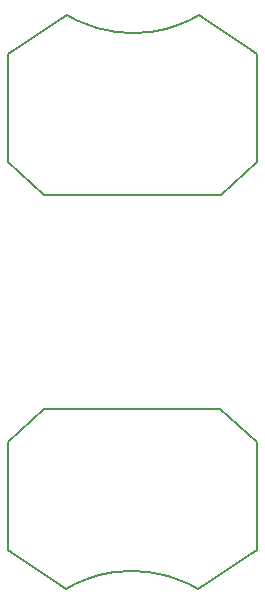
<source format=gbo>
G04 #@! TF.GenerationSoftware,KiCad,Pcbnew,(5.1.0)-1*
G04 #@! TF.CreationDate,2019-03-21T22:16:59+11:00*
G04 #@! TF.ProjectId,top-hemi,746f702d-6865-46d6-992e-6b696361645f,rev?*
G04 #@! TF.SameCoordinates,Original*
G04 #@! TF.FileFunction,Legend,Bot*
G04 #@! TF.FilePolarity,Positive*
%FSLAX46Y46*%
G04 Gerber Fmt 4.6, Leading zero omitted, Abs format (unit mm)*
G04 Created by KiCad (PCBNEW (5.1.0)-1) date 2019-03-21 22:16:59*
%MOMM*%
%LPD*%
G04 APERTURE LIST*
%ADD10C,0.203200*%
G04 APERTURE END LIST*
D10*
X125542040Y-79595980D02*
X122491500Y-76804520D01*
X125542040Y-79595980D02*
X140522960Y-79595980D01*
X143573500Y-76804520D02*
X140522960Y-79595980D01*
X143573500Y-76804520D02*
X143573500Y-67655440D01*
X122491500Y-76804520D02*
X122491500Y-67655440D01*
X127441960Y-64355980D02*
X122491500Y-67655440D01*
X138623040Y-64355980D02*
X143573500Y-67655440D01*
X137901680Y-64775080D02*
X138623040Y-64355980D01*
X136812020Y-65224660D02*
X137901680Y-64775080D01*
X135811260Y-65544700D02*
X136812020Y-65224660D01*
X134581900Y-65786000D02*
X135811260Y-65544700D01*
X133032500Y-65874900D02*
X134581900Y-65786000D01*
X131582160Y-65796160D02*
X133032500Y-65874900D01*
X129951480Y-65476120D02*
X131582160Y-65796160D01*
X129021840Y-65145920D02*
X129951480Y-65476120D01*
X128173480Y-64775080D02*
X129021840Y-65145920D01*
X127441960Y-64355980D02*
X128173480Y-64775080D01*
X138546840Y-112974120D02*
X137815320Y-112555020D01*
X137815320Y-112555020D02*
X136966960Y-112184180D01*
X136966960Y-112184180D02*
X136037320Y-111853980D01*
X136037320Y-111853980D02*
X134406640Y-111533940D01*
X134406640Y-111533940D02*
X132956300Y-111455200D01*
X132956300Y-111455200D02*
X131406900Y-111544100D01*
X131406900Y-111544100D02*
X130177540Y-111785400D01*
X130177540Y-111785400D02*
X129176780Y-112105440D01*
X129176780Y-112105440D02*
X128087120Y-112555020D01*
X128087120Y-112555020D02*
X127365760Y-112974120D01*
X127365760Y-112974120D02*
X122415300Y-109674660D01*
X138546840Y-112974120D02*
X143497300Y-109674660D01*
X143497300Y-100525580D02*
X143497300Y-109674660D01*
X122415300Y-100525580D02*
X122415300Y-109674660D01*
X122415300Y-100525580D02*
X125465840Y-97734120D01*
X140446760Y-97734120D02*
X125465840Y-97734120D01*
X140446760Y-97734120D02*
X143497300Y-100525580D01*
M02*

</source>
